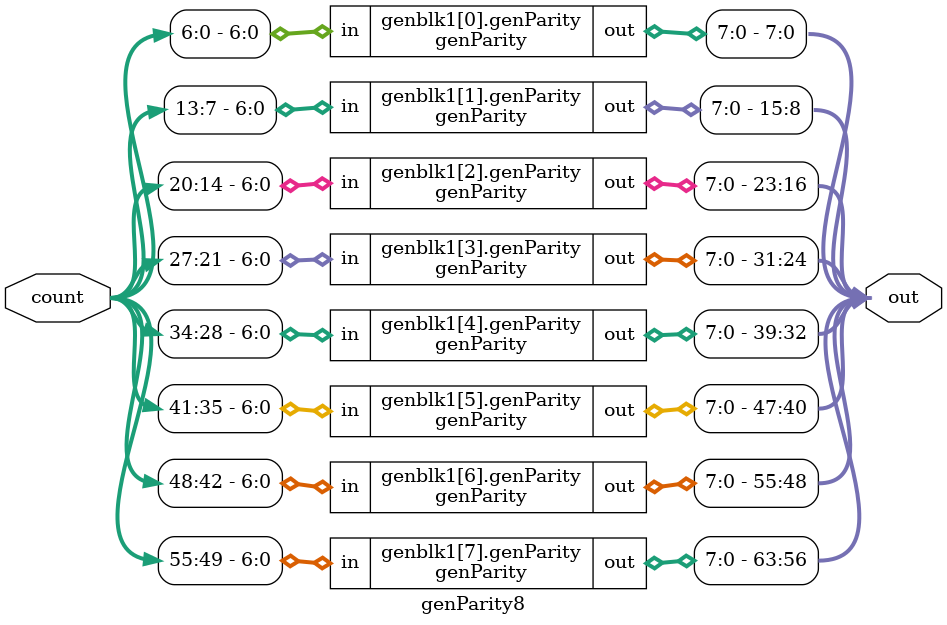
<source format=sv>
module top (input logic 	clk, start, reset,
	 
		output logic [55:0] count,
		output logic [63:0] Key, 
		output logic 	FoundKeyNum);
   
   logic 			UP;
   logic 			en1;
   logic 			en2;
   logic [63:0]		out;
   //logic[63:0]		in;
   logic [63:0]	ciphertext;
   logic [63:0]	ciphertext2;

   logic [63:0] 		plaintext_known;
   logic [63:0] 		ciphertext_known;

   
   //assign ciphertext_known = 64'h030d56022c3e8c47;
   //assign ciphertext_known = 64'h6DDF697C85C44369;   
   assign plaintext_known = 64'ha8f4dccb8a0b94c1;
   assign ciphertext_known = 64'h030d56022c3e8c47;
   
   // Put your solution here and remove the following assignments.
   
   FSM fsm (~clk, reset, start, FoundKeyNum, UP, en1, en2);
   
   UDL_Count #(56) counter (clk, reset, UP, 1'b0, 1'b0, 56'h0, count);   
   
   //key flip flop
   flopenr #(64) key (clk, reset, en2, out, Key);

   // DES
   DES des (out, plaintext_known, 1'b1, ciphertext);
   genParity8 parityCheck (count, out);
   //ciphertext flip flop
   flopenr #(64) reg1 (clk, reset, en1, ciphertext, ciphertext2);
   assign FoundKeyNum = (ciphertext2 == ciphertext_known);



endmodule // top


   module genParity(input logic [6:0] in, output logic [7:0] out);
  assign out[0] = ~^in;
  assign out[7:1] = in;
endmodule

module genParity8(input logic [55:0] count, output logic [63:0] out);
  genvar 						index;
  for(index = 0; index < 8; index++) begin
	genParity genParity(.in(count[7*index +: 7]), .out(out[8*index +: 8]));
  end
endmodule

 
</source>
